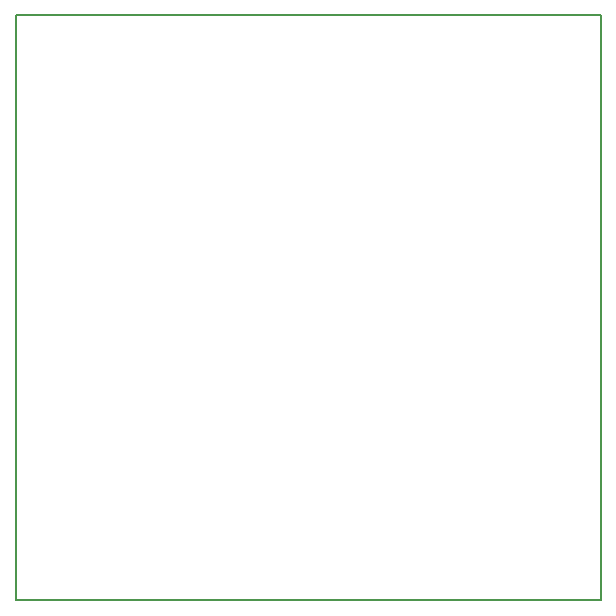
<source format=gbr>
G04 #@! TF.GenerationSoftware,KiCad,Pcbnew,(5.0.1)-4*
G04 #@! TF.CreationDate,2018-11-27T15:03:00-07:00*
G04 #@! TF.ProjectId,robot,726F626F742E6B696361645F70636200,rev?*
G04 #@! TF.SameCoordinates,Original*
G04 #@! TF.FileFunction,Profile,NP*
%FSLAX46Y46*%
G04 Gerber Fmt 4.6, Leading zero omitted, Abs format (unit mm)*
G04 Created by KiCad (PCBNEW (5.0.1)-4) date 11/27/2018 3:03:00 PM*
%MOMM*%
%LPD*%
G01*
G04 APERTURE LIST*
%ADD10C,0.150000*%
G04 APERTURE END LIST*
D10*
X109220000Y-109220000D02*
X111125000Y-109220000D01*
X109220000Y-99060000D02*
X109220000Y-109220000D01*
X147955000Y-59690000D02*
X158750000Y-59690000D01*
X158750000Y-109220000D02*
X158750000Y-99060000D01*
X149860000Y-109220000D02*
X158750000Y-109220000D01*
X109220000Y-99060000D02*
X109220000Y-59690000D01*
X149860000Y-109220000D02*
X111125000Y-109220000D01*
X158750000Y-59690000D02*
X158750000Y-99060000D01*
X109220000Y-59690000D02*
X147955000Y-59690000D01*
M02*

</source>
